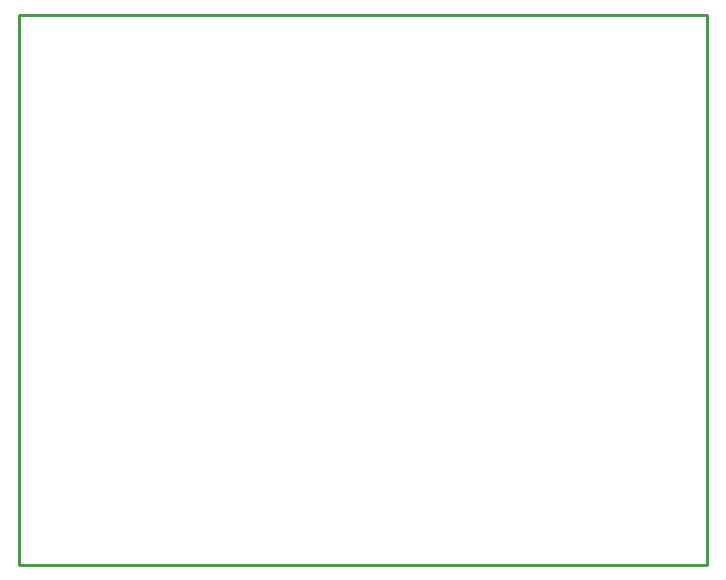
<source format=gbr>
%TF.GenerationSoftware,Altium Limited,Altium Designer,21.8.1 (53)*%
G04 Layer_Color=16711935*
%FSLAX43Y43*%
%MOMM*%
%TF.SameCoordinates,7B22A04A-8AF3-4E57-AB0C-0AC604AFDBEB*%
%TF.FilePolarity,Positive*%
%TF.FileFunction,Keep-out,Top*%
%TF.Part,Single*%
G01*
G75*
%TA.AperFunction,NonConductor*%
%ADD11C,0.254*%
D11*
X58300Y0D02*
Y46500D01*
X0D02*
X58300D01*
X0Y0D02*
X58300D01*
X0D02*
Y46500D01*
%TF.MD5,c8318c21699eca483cb3f000a5417ff1*%
M02*

</source>
